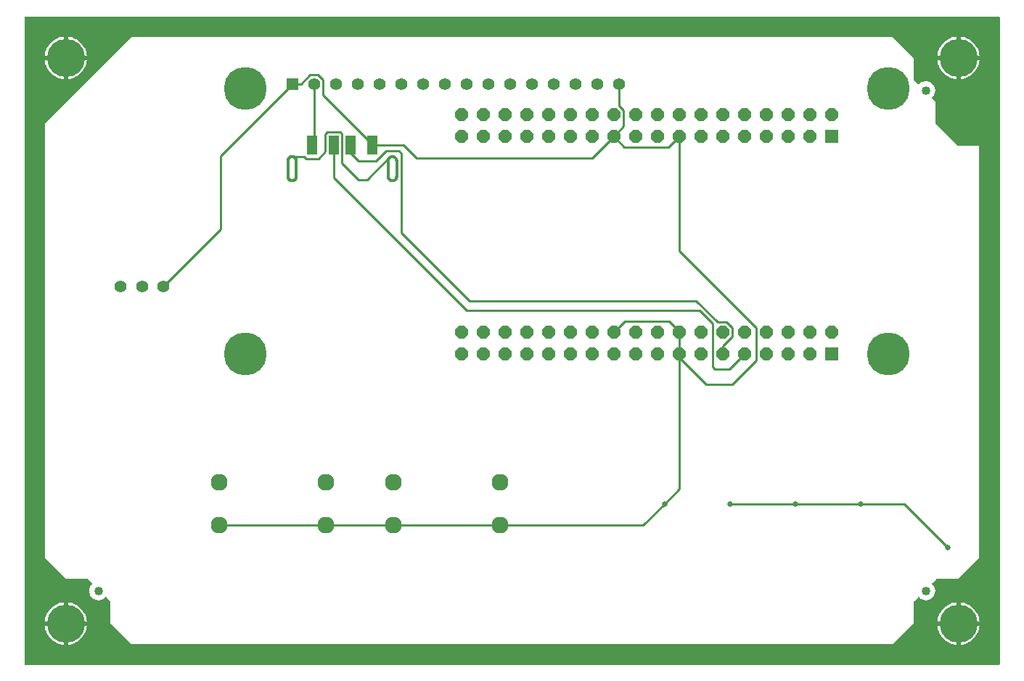
<source format=gbr>
G04 EAGLE Gerber RS-274X export*
G75*
%MOMM*%
%FSLAX34Y34*%
%LPD*%
%INBottom Copper*%
%IPPOS*%
%AMOC8*
5,1,8,0,0,1.08239X$1,22.5*%
G01*
%ADD10R,1.524000X1.524000*%
%ADD11P,1.649562X8X202.500000*%
%ADD12C,1.400000*%
%ADD13C,1.960000*%
%ADD14R,1.400000X1.400000*%
%ADD15C,5.000000*%
%ADD16C,1.016000*%
%ADD17C,4.445000*%
%ADD18C,0.300000*%
%ADD19R,1.200000X2.300000*%
%ADD20R,0.200000X0.200000*%
%ADD21C,0.654800*%
%ADD22C,0.254000*%

G36*
X1140444Y758308D02*
X1140444Y758308D01*
X1140437Y758427D01*
X1140424Y758465D01*
X1140419Y758506D01*
X1140376Y758616D01*
X1140339Y758729D01*
X1140317Y758764D01*
X1140302Y758801D01*
X1140233Y758897D01*
X1140169Y758998D01*
X1140139Y759026D01*
X1140116Y759059D01*
X1140024Y759135D01*
X1139937Y759216D01*
X1139902Y759236D01*
X1139871Y759261D01*
X1139763Y759312D01*
X1139659Y759370D01*
X1139619Y759380D01*
X1139583Y759397D01*
X1139466Y759419D01*
X1139351Y759449D01*
X1139291Y759453D01*
X1139271Y759457D01*
X1139250Y759455D01*
X1139190Y759459D01*
X3810Y759459D01*
X3692Y759444D01*
X3573Y759437D01*
X3535Y759424D01*
X3494Y759419D01*
X3384Y759376D01*
X3271Y759339D01*
X3236Y759317D01*
X3199Y759302D01*
X3103Y759233D01*
X3002Y759169D01*
X2974Y759139D01*
X2941Y759116D01*
X2865Y759024D01*
X2784Y758937D01*
X2764Y758902D01*
X2739Y758871D01*
X2688Y758763D01*
X2630Y758659D01*
X2620Y758619D01*
X2603Y758583D01*
X2581Y758466D01*
X2551Y758351D01*
X2547Y758291D01*
X2543Y758271D01*
X2545Y758250D01*
X2541Y758190D01*
X2541Y3810D01*
X2556Y3692D01*
X2563Y3573D01*
X2576Y3535D01*
X2581Y3494D01*
X2624Y3384D01*
X2661Y3271D01*
X2683Y3236D01*
X2698Y3199D01*
X2767Y3103D01*
X2831Y3002D01*
X2861Y2974D01*
X2884Y2941D01*
X2976Y2865D01*
X3063Y2784D01*
X3098Y2764D01*
X3129Y2739D01*
X3237Y2688D01*
X3341Y2630D01*
X3381Y2620D01*
X3417Y2603D01*
X3534Y2581D01*
X3649Y2551D01*
X3709Y2547D01*
X3729Y2543D01*
X3750Y2545D01*
X3810Y2541D01*
X1139190Y2541D01*
X1139308Y2556D01*
X1139427Y2563D01*
X1139465Y2576D01*
X1139506Y2581D01*
X1139616Y2624D01*
X1139729Y2661D01*
X1139764Y2683D01*
X1139801Y2698D01*
X1139897Y2767D01*
X1139998Y2831D01*
X1140026Y2861D01*
X1140059Y2884D01*
X1140135Y2976D01*
X1140216Y3063D01*
X1140236Y3098D01*
X1140261Y3129D01*
X1140312Y3237D01*
X1140370Y3341D01*
X1140380Y3381D01*
X1140397Y3417D01*
X1140419Y3534D01*
X1140449Y3649D01*
X1140453Y3709D01*
X1140457Y3729D01*
X1140455Y3750D01*
X1140459Y3810D01*
X1140459Y758190D01*
X1140444Y758308D01*
G37*
%LPC*%
G36*
X127526Y735331D02*
X127526Y735331D01*
X1015474Y735331D01*
X1040131Y710674D01*
X1040131Y685800D01*
X1040143Y685702D01*
X1040146Y685603D01*
X1040163Y685545D01*
X1040171Y685484D01*
X1040207Y685392D01*
X1040235Y685297D01*
X1040265Y685245D01*
X1040288Y685189D01*
X1040346Y685109D01*
X1040396Y685023D01*
X1040462Y684948D01*
X1040474Y684931D01*
X1040484Y684924D01*
X1040503Y684903D01*
X1044748Y680657D01*
X1044843Y680584D01*
X1044932Y680505D01*
X1044968Y680486D01*
X1045000Y680462D01*
X1045109Y680414D01*
X1045215Y680360D01*
X1045254Y680351D01*
X1045292Y680335D01*
X1045409Y680317D01*
X1045525Y680291D01*
X1045566Y680292D01*
X1045606Y680285D01*
X1045724Y680297D01*
X1045843Y680300D01*
X1045882Y680312D01*
X1045922Y680315D01*
X1046034Y680356D01*
X1046149Y680389D01*
X1046183Y680409D01*
X1046222Y680423D01*
X1046320Y680490D01*
X1046423Y680550D01*
X1046468Y680590D01*
X1046485Y680601D01*
X1046498Y680617D01*
X1046543Y680657D01*
X1048568Y682681D01*
X1054100Y684164D01*
X1059632Y682681D01*
X1063681Y678632D01*
X1065164Y673100D01*
X1063681Y667568D01*
X1061657Y665543D01*
X1061584Y665449D01*
X1061505Y665360D01*
X1061487Y665324D01*
X1061462Y665292D01*
X1061414Y665183D01*
X1061360Y665077D01*
X1061351Y665037D01*
X1061335Y665000D01*
X1061317Y664882D01*
X1061291Y664767D01*
X1061292Y664726D01*
X1061285Y664686D01*
X1061297Y664568D01*
X1061300Y664449D01*
X1061312Y664410D01*
X1061315Y664370D01*
X1061356Y664257D01*
X1061389Y664143D01*
X1061409Y664108D01*
X1061423Y664070D01*
X1061490Y663972D01*
X1061550Y663869D01*
X1061590Y663824D01*
X1061601Y663807D01*
X1061617Y663794D01*
X1061657Y663748D01*
X1065531Y659874D01*
X1065531Y635000D01*
X1065543Y634902D01*
X1065546Y634803D01*
X1065563Y634745D01*
X1065571Y634684D01*
X1065607Y634592D01*
X1065635Y634497D01*
X1065665Y634445D01*
X1065688Y634389D01*
X1065746Y634309D01*
X1065796Y634223D01*
X1065862Y634148D01*
X1065874Y634131D01*
X1065884Y634124D01*
X1065903Y634103D01*
X1091303Y608703D01*
X1091381Y608642D01*
X1091453Y608574D01*
X1091506Y608545D01*
X1091554Y608508D01*
X1091645Y608468D01*
X1091731Y608420D01*
X1091790Y608405D01*
X1091846Y608381D01*
X1091944Y608366D01*
X1092039Y608341D01*
X1092139Y608335D01*
X1092160Y608331D01*
X1092172Y608333D01*
X1092200Y608331D01*
X1116331Y608331D01*
X1116331Y127526D01*
X1091674Y102869D01*
X1066800Y102869D01*
X1066702Y102857D01*
X1066603Y102854D01*
X1066545Y102837D01*
X1066484Y102829D01*
X1066392Y102793D01*
X1066297Y102765D01*
X1066245Y102735D01*
X1066189Y102712D01*
X1066109Y102654D01*
X1066023Y102604D01*
X1065948Y102538D01*
X1065931Y102526D01*
X1065924Y102516D01*
X1065903Y102498D01*
X1061657Y98252D01*
X1061584Y98157D01*
X1061505Y98068D01*
X1061486Y98032D01*
X1061462Y98000D01*
X1061414Y97891D01*
X1061360Y97785D01*
X1061351Y97746D01*
X1061335Y97708D01*
X1061317Y97591D01*
X1061291Y97475D01*
X1061292Y97434D01*
X1061285Y97394D01*
X1061297Y97276D01*
X1061300Y97157D01*
X1061312Y97118D01*
X1061315Y97078D01*
X1061356Y96966D01*
X1061389Y96851D01*
X1061409Y96817D01*
X1061423Y96778D01*
X1061490Y96680D01*
X1061550Y96577D01*
X1061590Y96532D01*
X1061601Y96515D01*
X1061617Y96502D01*
X1061657Y96457D01*
X1063681Y94432D01*
X1065164Y88900D01*
X1063681Y83368D01*
X1059632Y79319D01*
X1054100Y77836D01*
X1048568Y79319D01*
X1046543Y81343D01*
X1046449Y81416D01*
X1046360Y81495D01*
X1046324Y81514D01*
X1046292Y81538D01*
X1046183Y81586D01*
X1046077Y81640D01*
X1046037Y81649D01*
X1046000Y81665D01*
X1045883Y81683D01*
X1045767Y81709D01*
X1045726Y81708D01*
X1045686Y81715D01*
X1045568Y81703D01*
X1045449Y81700D01*
X1045410Y81688D01*
X1045370Y81685D01*
X1045257Y81644D01*
X1045143Y81611D01*
X1045108Y81591D01*
X1045070Y81577D01*
X1044972Y81510D01*
X1044869Y81450D01*
X1044824Y81410D01*
X1044807Y81399D01*
X1044794Y81383D01*
X1044748Y81343D01*
X1040503Y77098D01*
X1040442Y77019D01*
X1040374Y76947D01*
X1040345Y76894D01*
X1040308Y76846D01*
X1040268Y76755D01*
X1040220Y76669D01*
X1040205Y76610D01*
X1040181Y76554D01*
X1040166Y76456D01*
X1040141Y76361D01*
X1040135Y76261D01*
X1040131Y76240D01*
X1040133Y76228D01*
X1040131Y76200D01*
X1040131Y51326D01*
X1015474Y26669D01*
X127526Y26669D01*
X102869Y51326D01*
X102869Y76200D01*
X102857Y76298D01*
X102854Y76397D01*
X102837Y76455D01*
X102829Y76516D01*
X102793Y76608D01*
X102765Y76703D01*
X102735Y76755D01*
X102712Y76811D01*
X102654Y76891D01*
X102604Y76977D01*
X102538Y77052D01*
X102526Y77069D01*
X102516Y77076D01*
X102498Y77098D01*
X98252Y81343D01*
X98157Y81416D01*
X98068Y81495D01*
X98032Y81514D01*
X98000Y81538D01*
X97891Y81586D01*
X97785Y81640D01*
X97746Y81649D01*
X97708Y81665D01*
X97591Y81683D01*
X97475Y81709D01*
X97434Y81708D01*
X97394Y81715D01*
X97276Y81703D01*
X97157Y81700D01*
X97118Y81688D01*
X97078Y81685D01*
X96966Y81644D01*
X96851Y81611D01*
X96817Y81591D01*
X96778Y81577D01*
X96680Y81510D01*
X96577Y81450D01*
X96532Y81410D01*
X96515Y81398D01*
X96502Y81383D01*
X96457Y81343D01*
X94432Y79319D01*
X88900Y77836D01*
X83368Y79319D01*
X79319Y83368D01*
X77836Y88900D01*
X79319Y94432D01*
X81343Y96457D01*
X81416Y96551D01*
X81495Y96640D01*
X81514Y96676D01*
X81538Y96708D01*
X81586Y96817D01*
X81640Y96923D01*
X81649Y96963D01*
X81665Y97000D01*
X81683Y97117D01*
X81709Y97233D01*
X81708Y97274D01*
X81715Y97314D01*
X81703Y97432D01*
X81700Y97551D01*
X81688Y97590D01*
X81685Y97630D01*
X81644Y97743D01*
X81611Y97857D01*
X81591Y97892D01*
X81577Y97930D01*
X81510Y98028D01*
X81450Y98131D01*
X81410Y98176D01*
X81399Y98193D01*
X81383Y98206D01*
X81343Y98252D01*
X77098Y102498D01*
X77019Y102558D01*
X76947Y102626D01*
X76894Y102655D01*
X76846Y102692D01*
X76755Y102732D01*
X76669Y102780D01*
X76610Y102795D01*
X76554Y102819D01*
X76456Y102834D01*
X76361Y102859D01*
X76261Y102865D01*
X76240Y102869D01*
X76228Y102867D01*
X76200Y102869D01*
X51326Y102869D01*
X26669Y127526D01*
X26669Y634474D01*
X127526Y735331D01*
G37*
%LPD*%
%LPC*%
G36*
X53339Y713739D02*
X53339Y713739D01*
X53339Y735836D01*
X54955Y735654D01*
X57667Y735035D01*
X60292Y734117D01*
X62799Y732910D01*
X65154Y731430D01*
X67329Y729695D01*
X69295Y727729D01*
X71030Y725554D01*
X72510Y723199D01*
X73717Y720692D01*
X74635Y718067D01*
X75254Y715355D01*
X75436Y713739D01*
X53339Y713739D01*
G37*
%LPD*%
%LPC*%
G36*
X1094739Y713739D02*
X1094739Y713739D01*
X1094739Y735836D01*
X1096355Y735654D01*
X1099067Y735035D01*
X1101692Y734117D01*
X1104199Y732910D01*
X1106554Y731430D01*
X1108729Y729695D01*
X1110695Y727729D01*
X1112430Y725554D01*
X1113910Y723199D01*
X1115117Y720692D01*
X1116035Y718067D01*
X1116654Y715355D01*
X1116836Y713739D01*
X1094739Y713739D01*
G37*
%LPD*%
%LPC*%
G36*
X53339Y53339D02*
X53339Y53339D01*
X53339Y75436D01*
X54955Y75254D01*
X57667Y74635D01*
X60292Y73717D01*
X62799Y72510D01*
X65154Y71030D01*
X67329Y69295D01*
X69295Y67329D01*
X71030Y65154D01*
X72510Y62799D01*
X73717Y60292D01*
X74635Y57667D01*
X75254Y54955D01*
X75436Y53339D01*
X53339Y53339D01*
G37*
%LPD*%
%LPC*%
G36*
X1094739Y53339D02*
X1094739Y53339D01*
X1094739Y75436D01*
X1096355Y75254D01*
X1099067Y74635D01*
X1101692Y73717D01*
X1104199Y72510D01*
X1106554Y71030D01*
X1108729Y69295D01*
X1110695Y67329D01*
X1112430Y65154D01*
X1113910Y62799D01*
X1115117Y60292D01*
X1116035Y57667D01*
X1116654Y54955D01*
X1116836Y53339D01*
X1094739Y53339D01*
G37*
%LPD*%
%LPC*%
G36*
X26164Y713739D02*
X26164Y713739D01*
X26346Y715355D01*
X26965Y718067D01*
X27883Y720692D01*
X29090Y723199D01*
X30570Y725554D01*
X32305Y727729D01*
X34271Y729695D01*
X36446Y731430D01*
X38801Y732910D01*
X41308Y734117D01*
X43933Y735035D01*
X46645Y735654D01*
X48261Y735836D01*
X48261Y713739D01*
X26164Y713739D01*
G37*
%LPD*%
%LPC*%
G36*
X1067564Y713739D02*
X1067564Y713739D01*
X1067746Y715355D01*
X1068365Y718067D01*
X1069283Y720692D01*
X1070490Y723199D01*
X1071970Y725554D01*
X1073705Y727729D01*
X1075671Y729695D01*
X1077846Y731430D01*
X1080201Y732910D01*
X1082708Y734117D01*
X1085333Y735035D01*
X1088045Y735654D01*
X1089661Y735836D01*
X1089661Y713739D01*
X1067564Y713739D01*
G37*
%LPD*%
%LPC*%
G36*
X53339Y708661D02*
X53339Y708661D01*
X75436Y708661D01*
X75254Y707045D01*
X74635Y704333D01*
X73717Y701708D01*
X72510Y699201D01*
X71030Y696846D01*
X69295Y694671D01*
X67329Y692705D01*
X65154Y690970D01*
X62799Y689490D01*
X60292Y688283D01*
X57667Y687365D01*
X54955Y686746D01*
X53339Y686564D01*
X53339Y708661D01*
G37*
%LPD*%
%LPC*%
G36*
X1094739Y708661D02*
X1094739Y708661D01*
X1116836Y708661D01*
X1116654Y707045D01*
X1116035Y704333D01*
X1115117Y701708D01*
X1113910Y699201D01*
X1112430Y696846D01*
X1110695Y694671D01*
X1108729Y692705D01*
X1106554Y690970D01*
X1104199Y689490D01*
X1101692Y688283D01*
X1099067Y687365D01*
X1096355Y686746D01*
X1094739Y686564D01*
X1094739Y708661D01*
G37*
%LPD*%
%LPC*%
G36*
X26164Y53339D02*
X26164Y53339D01*
X26346Y54955D01*
X26965Y57667D01*
X27883Y60292D01*
X29090Y62799D01*
X30570Y65154D01*
X32305Y67329D01*
X34271Y69295D01*
X36446Y71030D01*
X38801Y72510D01*
X41308Y73717D01*
X43933Y74635D01*
X46645Y75254D01*
X48261Y75436D01*
X48261Y53339D01*
X26164Y53339D01*
G37*
%LPD*%
%LPC*%
G36*
X1067564Y53339D02*
X1067564Y53339D01*
X1067746Y54955D01*
X1068365Y57667D01*
X1069283Y60292D01*
X1070490Y62799D01*
X1071970Y65154D01*
X1073705Y67329D01*
X1075671Y69295D01*
X1077846Y71030D01*
X1080201Y72510D01*
X1082708Y73717D01*
X1085333Y74635D01*
X1088045Y75254D01*
X1089661Y75436D01*
X1089661Y53339D01*
X1067564Y53339D01*
G37*
%LPD*%
%LPC*%
G36*
X1094739Y48261D02*
X1094739Y48261D01*
X1116836Y48261D01*
X1116654Y46645D01*
X1116035Y43933D01*
X1115117Y41308D01*
X1113910Y38801D01*
X1112430Y36446D01*
X1110695Y34271D01*
X1108729Y32305D01*
X1106554Y30570D01*
X1104199Y29090D01*
X1101692Y27883D01*
X1099067Y26965D01*
X1096355Y26346D01*
X1094739Y26164D01*
X1094739Y48261D01*
G37*
%LPD*%
%LPC*%
G36*
X53339Y48261D02*
X53339Y48261D01*
X75436Y48261D01*
X75254Y46645D01*
X74635Y43933D01*
X73717Y41308D01*
X72510Y38801D01*
X71030Y36446D01*
X69295Y34271D01*
X67329Y32305D01*
X65154Y30570D01*
X62799Y29090D01*
X60292Y27883D01*
X57667Y26965D01*
X54955Y26346D01*
X53339Y26164D01*
X53339Y48261D01*
G37*
%LPD*%
%LPC*%
G36*
X46645Y686746D02*
X46645Y686746D01*
X43933Y687365D01*
X41308Y688283D01*
X38801Y689490D01*
X36446Y690970D01*
X34271Y692705D01*
X32305Y694671D01*
X30570Y696846D01*
X29090Y699201D01*
X27883Y701708D01*
X26965Y704333D01*
X26346Y707045D01*
X26164Y708661D01*
X48261Y708661D01*
X48261Y686564D01*
X46645Y686746D01*
G37*
%LPD*%
%LPC*%
G36*
X1088045Y686746D02*
X1088045Y686746D01*
X1085333Y687365D01*
X1082708Y688283D01*
X1080201Y689490D01*
X1077846Y690970D01*
X1075671Y692705D01*
X1073705Y694671D01*
X1071970Y696846D01*
X1070490Y699201D01*
X1069283Y701708D01*
X1068365Y704333D01*
X1067746Y707045D01*
X1067564Y708661D01*
X1089661Y708661D01*
X1089661Y686564D01*
X1088045Y686746D01*
G37*
%LPD*%
%LPC*%
G36*
X1088045Y26346D02*
X1088045Y26346D01*
X1085333Y26965D01*
X1082708Y27883D01*
X1080201Y29090D01*
X1077846Y30570D01*
X1075671Y32305D01*
X1073705Y34271D01*
X1071970Y36446D01*
X1070490Y38801D01*
X1069283Y41308D01*
X1068365Y43933D01*
X1067746Y46645D01*
X1067564Y48261D01*
X1089661Y48261D01*
X1089661Y26164D01*
X1088045Y26346D01*
G37*
%LPD*%
%LPC*%
G36*
X46645Y26346D02*
X46645Y26346D01*
X43933Y26965D01*
X41308Y27883D01*
X38801Y29090D01*
X36446Y30570D01*
X34271Y32305D01*
X32305Y34271D01*
X30570Y36446D01*
X29090Y38801D01*
X27883Y41308D01*
X26965Y43933D01*
X26346Y46645D01*
X26164Y48261D01*
X48261Y48261D01*
X48261Y26164D01*
X46645Y26346D01*
G37*
%LPD*%
%LPC*%
G36*
X1092199Y711199D02*
X1092199Y711199D01*
X1092199Y711201D01*
X1092201Y711201D01*
X1092201Y711199D01*
X1092199Y711199D01*
G37*
%LPD*%
%LPC*%
G36*
X50799Y711199D02*
X50799Y711199D01*
X50799Y711201D01*
X50801Y711201D01*
X50801Y711199D01*
X50799Y711199D01*
G37*
%LPD*%
%LPC*%
G36*
X1092199Y50799D02*
X1092199Y50799D01*
X1092199Y50801D01*
X1092201Y50801D01*
X1092201Y50799D01*
X1092199Y50799D01*
G37*
%LPD*%
%LPC*%
G36*
X50799Y50799D02*
X50799Y50799D01*
X50799Y50801D01*
X50801Y50801D01*
X50801Y50799D01*
X50799Y50799D01*
G37*
%LPD*%
D10*
X944200Y365500D03*
D11*
X944200Y390900D03*
X918800Y365500D03*
X918800Y390900D03*
X893400Y365500D03*
X893400Y390900D03*
X868000Y365500D03*
X868000Y390900D03*
X842600Y365500D03*
X842600Y390900D03*
X817200Y365500D03*
X817200Y390900D03*
X791800Y365500D03*
X791800Y390900D03*
X766400Y365500D03*
X766400Y390900D03*
X741000Y365500D03*
X741000Y390900D03*
X715600Y365500D03*
X715600Y390900D03*
X690200Y365500D03*
X690200Y390900D03*
X664800Y365500D03*
X664800Y390900D03*
X639400Y365500D03*
X639400Y390900D03*
X614000Y365500D03*
X614000Y390900D03*
X588600Y365500D03*
X588600Y390900D03*
X563200Y365500D03*
X563200Y390900D03*
X537800Y365500D03*
X537800Y390900D03*
X512400Y365500D03*
X512400Y390900D03*
D10*
X944200Y619500D03*
D11*
X944200Y644900D03*
X918800Y619500D03*
X918800Y644900D03*
X893400Y619500D03*
X893400Y644900D03*
X868000Y619500D03*
X868000Y644900D03*
X842600Y619500D03*
X842600Y644900D03*
X817200Y619500D03*
X817200Y644900D03*
X791800Y619500D03*
X791800Y644900D03*
X766400Y619500D03*
X766400Y644900D03*
X741000Y619500D03*
X741000Y644900D03*
X715600Y619500D03*
X715600Y644900D03*
X690200Y619500D03*
X690200Y644900D03*
X664800Y619500D03*
X664800Y644900D03*
X639400Y619500D03*
X639400Y644900D03*
X614000Y619500D03*
X614000Y644900D03*
X588600Y619500D03*
X588600Y644900D03*
X563200Y619500D03*
X563200Y644900D03*
X537800Y619500D03*
X537800Y644900D03*
X512400Y619500D03*
X512400Y644900D03*
D12*
X114700Y444500D03*
X139700Y444500D03*
X164700Y444500D03*
D13*
X354600Y215500D03*
X354600Y165500D03*
X229600Y165500D03*
X229600Y215500D03*
D14*
X315000Y680700D03*
D12*
X340400Y680700D03*
X365800Y680700D03*
X391200Y680700D03*
X416600Y680700D03*
X442000Y680700D03*
X467400Y680700D03*
X492800Y680700D03*
X518200Y680700D03*
X543600Y680700D03*
X569000Y680700D03*
X594400Y680700D03*
X619800Y680700D03*
X645200Y680700D03*
X670600Y680700D03*
X696000Y680700D03*
D15*
X260000Y675700D03*
X1010000Y675700D03*
X260000Y365700D03*
X1010000Y365700D03*
D13*
X557800Y215500D03*
X557800Y165500D03*
X432800Y165500D03*
X432800Y215500D03*
D16*
X88900Y88900D03*
X1054100Y88900D03*
X1054100Y673100D03*
D17*
X50800Y50800D03*
X50800Y711200D03*
X1092200Y711200D03*
X1092200Y50800D03*
D18*
X436880Y590660D02*
X436878Y590800D01*
X436872Y590940D01*
X436862Y591080D01*
X436849Y591220D01*
X436831Y591359D01*
X436809Y591498D01*
X436784Y591635D01*
X436755Y591773D01*
X436722Y591909D01*
X436685Y592044D01*
X436644Y592178D01*
X436599Y592311D01*
X436551Y592443D01*
X436499Y592573D01*
X436444Y592702D01*
X436385Y592829D01*
X436322Y592955D01*
X436256Y593079D01*
X436187Y593200D01*
X436114Y593320D01*
X436037Y593438D01*
X435958Y593553D01*
X435875Y593667D01*
X435789Y593777D01*
X435700Y593886D01*
X435608Y593992D01*
X435513Y594095D01*
X435416Y594196D01*
X435315Y594293D01*
X435212Y594388D01*
X435106Y594480D01*
X434997Y594569D01*
X434887Y594655D01*
X434773Y594738D01*
X434658Y594817D01*
X434540Y594894D01*
X434420Y594967D01*
X434299Y595036D01*
X434175Y595102D01*
X434049Y595165D01*
X433922Y595224D01*
X433793Y595279D01*
X433663Y595331D01*
X433531Y595379D01*
X433398Y595424D01*
X433264Y595465D01*
X433129Y595502D01*
X432993Y595535D01*
X432855Y595564D01*
X432718Y595589D01*
X432579Y595611D01*
X432440Y595629D01*
X432300Y595642D01*
X432160Y595652D01*
X432020Y595658D01*
X431880Y595660D01*
X431740Y595658D01*
X431600Y595652D01*
X431460Y595642D01*
X431320Y595629D01*
X431181Y595611D01*
X431042Y595589D01*
X430905Y595564D01*
X430767Y595535D01*
X430631Y595502D01*
X430496Y595465D01*
X430362Y595424D01*
X430229Y595379D01*
X430097Y595331D01*
X429967Y595279D01*
X429838Y595224D01*
X429711Y595165D01*
X429585Y595102D01*
X429461Y595036D01*
X429340Y594967D01*
X429220Y594894D01*
X429102Y594817D01*
X428987Y594738D01*
X428873Y594655D01*
X428763Y594569D01*
X428654Y594480D01*
X428548Y594388D01*
X428445Y594293D01*
X428344Y594196D01*
X428247Y594095D01*
X428152Y593992D01*
X428060Y593886D01*
X427971Y593777D01*
X427885Y593667D01*
X427802Y593553D01*
X427723Y593438D01*
X427646Y593320D01*
X427573Y593200D01*
X427504Y593079D01*
X427438Y592955D01*
X427375Y592829D01*
X427316Y592702D01*
X427261Y592573D01*
X427209Y592443D01*
X427161Y592311D01*
X427116Y592178D01*
X427075Y592044D01*
X427038Y591909D01*
X427005Y591773D01*
X426976Y591635D01*
X426951Y591498D01*
X426929Y591359D01*
X426911Y591220D01*
X426898Y591080D01*
X426888Y590940D01*
X426882Y590800D01*
X426880Y590660D01*
X426880Y572660D01*
X426882Y572520D01*
X426888Y572380D01*
X426898Y572240D01*
X426911Y572100D01*
X426929Y571961D01*
X426951Y571822D01*
X426976Y571685D01*
X427005Y571547D01*
X427038Y571411D01*
X427075Y571276D01*
X427116Y571142D01*
X427161Y571009D01*
X427209Y570877D01*
X427261Y570747D01*
X427316Y570618D01*
X427375Y570491D01*
X427438Y570365D01*
X427504Y570241D01*
X427573Y570120D01*
X427646Y570000D01*
X427723Y569882D01*
X427802Y569767D01*
X427885Y569653D01*
X427971Y569543D01*
X428060Y569434D01*
X428152Y569328D01*
X428247Y569225D01*
X428344Y569124D01*
X428445Y569027D01*
X428548Y568932D01*
X428654Y568840D01*
X428763Y568751D01*
X428873Y568665D01*
X428987Y568582D01*
X429102Y568503D01*
X429220Y568426D01*
X429340Y568353D01*
X429461Y568284D01*
X429585Y568218D01*
X429711Y568155D01*
X429838Y568096D01*
X429967Y568041D01*
X430097Y567989D01*
X430229Y567941D01*
X430362Y567896D01*
X430496Y567855D01*
X430631Y567818D01*
X430767Y567785D01*
X430905Y567756D01*
X431042Y567731D01*
X431181Y567709D01*
X431320Y567691D01*
X431460Y567678D01*
X431600Y567668D01*
X431740Y567662D01*
X431880Y567660D01*
X432020Y567662D01*
X432160Y567668D01*
X432300Y567678D01*
X432440Y567691D01*
X432579Y567709D01*
X432718Y567731D01*
X432855Y567756D01*
X432993Y567785D01*
X433129Y567818D01*
X433264Y567855D01*
X433398Y567896D01*
X433531Y567941D01*
X433663Y567989D01*
X433793Y568041D01*
X433922Y568096D01*
X434049Y568155D01*
X434175Y568218D01*
X434299Y568284D01*
X434420Y568353D01*
X434540Y568426D01*
X434658Y568503D01*
X434773Y568582D01*
X434887Y568665D01*
X434997Y568751D01*
X435106Y568840D01*
X435212Y568932D01*
X435315Y569027D01*
X435416Y569124D01*
X435513Y569225D01*
X435608Y569328D01*
X435700Y569434D01*
X435789Y569543D01*
X435875Y569653D01*
X435958Y569767D01*
X436037Y569882D01*
X436114Y570000D01*
X436187Y570120D01*
X436256Y570241D01*
X436322Y570365D01*
X436385Y570491D01*
X436444Y570618D01*
X436499Y570747D01*
X436551Y570877D01*
X436599Y571009D01*
X436644Y571142D01*
X436685Y571276D01*
X436722Y571411D01*
X436755Y571547D01*
X436784Y571685D01*
X436809Y571822D01*
X436831Y571961D01*
X436849Y572100D01*
X436862Y572240D01*
X436872Y572380D01*
X436878Y572520D01*
X436880Y572660D01*
X436880Y590660D01*
X319880Y590660D02*
X319878Y590800D01*
X319872Y590940D01*
X319862Y591080D01*
X319849Y591220D01*
X319831Y591359D01*
X319809Y591498D01*
X319784Y591635D01*
X319755Y591773D01*
X319722Y591909D01*
X319685Y592044D01*
X319644Y592178D01*
X319599Y592311D01*
X319551Y592443D01*
X319499Y592573D01*
X319444Y592702D01*
X319385Y592829D01*
X319322Y592955D01*
X319256Y593079D01*
X319187Y593200D01*
X319114Y593320D01*
X319037Y593438D01*
X318958Y593553D01*
X318875Y593667D01*
X318789Y593777D01*
X318700Y593886D01*
X318608Y593992D01*
X318513Y594095D01*
X318416Y594196D01*
X318315Y594293D01*
X318212Y594388D01*
X318106Y594480D01*
X317997Y594569D01*
X317887Y594655D01*
X317773Y594738D01*
X317658Y594817D01*
X317540Y594894D01*
X317420Y594967D01*
X317299Y595036D01*
X317175Y595102D01*
X317049Y595165D01*
X316922Y595224D01*
X316793Y595279D01*
X316663Y595331D01*
X316531Y595379D01*
X316398Y595424D01*
X316264Y595465D01*
X316129Y595502D01*
X315993Y595535D01*
X315855Y595564D01*
X315718Y595589D01*
X315579Y595611D01*
X315440Y595629D01*
X315300Y595642D01*
X315160Y595652D01*
X315020Y595658D01*
X314880Y595660D01*
X314740Y595658D01*
X314600Y595652D01*
X314460Y595642D01*
X314320Y595629D01*
X314181Y595611D01*
X314042Y595589D01*
X313905Y595564D01*
X313767Y595535D01*
X313631Y595502D01*
X313496Y595465D01*
X313362Y595424D01*
X313229Y595379D01*
X313097Y595331D01*
X312967Y595279D01*
X312838Y595224D01*
X312711Y595165D01*
X312585Y595102D01*
X312461Y595036D01*
X312340Y594967D01*
X312220Y594894D01*
X312102Y594817D01*
X311987Y594738D01*
X311873Y594655D01*
X311763Y594569D01*
X311654Y594480D01*
X311548Y594388D01*
X311445Y594293D01*
X311344Y594196D01*
X311247Y594095D01*
X311152Y593992D01*
X311060Y593886D01*
X310971Y593777D01*
X310885Y593667D01*
X310802Y593553D01*
X310723Y593438D01*
X310646Y593320D01*
X310573Y593200D01*
X310504Y593079D01*
X310438Y592955D01*
X310375Y592829D01*
X310316Y592702D01*
X310261Y592573D01*
X310209Y592443D01*
X310161Y592311D01*
X310116Y592178D01*
X310075Y592044D01*
X310038Y591909D01*
X310005Y591773D01*
X309976Y591635D01*
X309951Y591498D01*
X309929Y591359D01*
X309911Y591220D01*
X309898Y591080D01*
X309888Y590940D01*
X309882Y590800D01*
X309880Y590660D01*
X309880Y572660D01*
X309882Y572520D01*
X309888Y572380D01*
X309898Y572240D01*
X309911Y572100D01*
X309929Y571961D01*
X309951Y571822D01*
X309976Y571685D01*
X310005Y571547D01*
X310038Y571411D01*
X310075Y571276D01*
X310116Y571142D01*
X310161Y571009D01*
X310209Y570877D01*
X310261Y570747D01*
X310316Y570618D01*
X310375Y570491D01*
X310438Y570365D01*
X310504Y570241D01*
X310573Y570120D01*
X310646Y570000D01*
X310723Y569882D01*
X310802Y569767D01*
X310885Y569653D01*
X310971Y569543D01*
X311060Y569434D01*
X311152Y569328D01*
X311247Y569225D01*
X311344Y569124D01*
X311445Y569027D01*
X311548Y568932D01*
X311654Y568840D01*
X311763Y568751D01*
X311873Y568665D01*
X311987Y568582D01*
X312102Y568503D01*
X312220Y568426D01*
X312340Y568353D01*
X312461Y568284D01*
X312585Y568218D01*
X312711Y568155D01*
X312838Y568096D01*
X312967Y568041D01*
X313097Y567989D01*
X313229Y567941D01*
X313362Y567896D01*
X313496Y567855D01*
X313631Y567818D01*
X313767Y567785D01*
X313905Y567756D01*
X314042Y567731D01*
X314181Y567709D01*
X314320Y567691D01*
X314460Y567678D01*
X314600Y567668D01*
X314740Y567662D01*
X314880Y567660D01*
X315020Y567662D01*
X315160Y567668D01*
X315300Y567678D01*
X315440Y567691D01*
X315579Y567709D01*
X315718Y567731D01*
X315855Y567756D01*
X315993Y567785D01*
X316129Y567818D01*
X316264Y567855D01*
X316398Y567896D01*
X316531Y567941D01*
X316663Y567989D01*
X316793Y568041D01*
X316922Y568096D01*
X317049Y568155D01*
X317175Y568218D01*
X317299Y568284D01*
X317420Y568353D01*
X317540Y568426D01*
X317658Y568503D01*
X317773Y568582D01*
X317887Y568665D01*
X317997Y568751D01*
X318106Y568840D01*
X318212Y568932D01*
X318315Y569027D01*
X318416Y569124D01*
X318513Y569225D01*
X318608Y569328D01*
X318700Y569434D01*
X318789Y569543D01*
X318875Y569653D01*
X318958Y569767D01*
X319037Y569882D01*
X319114Y570000D01*
X319187Y570120D01*
X319256Y570241D01*
X319322Y570365D01*
X319385Y570491D01*
X319444Y570618D01*
X319499Y570747D01*
X319551Y570877D01*
X319599Y571009D01*
X319644Y571142D01*
X319685Y571276D01*
X319722Y571411D01*
X319755Y571547D01*
X319784Y571685D01*
X319809Y571822D01*
X319831Y571961D01*
X319849Y572100D01*
X319862Y572240D01*
X319872Y572380D01*
X319878Y572520D01*
X319880Y572660D01*
X319880Y590660D01*
D19*
X338380Y609160D03*
X363380Y609160D03*
X383380Y609160D03*
X408380Y609160D03*
D20*
X431880Y595660D03*
X314880Y595660D03*
D21*
X1079500Y139700D03*
X901700Y190500D03*
X977900Y190500D03*
X825500Y190500D03*
X749300Y190500D03*
D22*
X231140Y510940D02*
X164700Y444500D01*
X231140Y596840D02*
X315000Y680700D01*
X231140Y596840D02*
X231140Y510940D01*
X696000Y655265D02*
X696000Y680700D01*
X696000Y655265D02*
X701630Y649635D01*
X701630Y630930D01*
X690200Y619500D01*
X702640Y607060D01*
X753960Y607060D02*
X766400Y619500D01*
X753960Y607060D02*
X702640Y607060D01*
X690200Y619500D02*
X665060Y594360D01*
X459740Y594360D01*
X444500Y609600D01*
X408940Y609600D01*
X408820Y609600D01*
X408380Y609160D01*
X344878Y691510D02*
X335922Y691510D01*
X344878Y691510D02*
X351210Y685178D01*
X351210Y667330D01*
X408940Y609600D01*
X325112Y680700D02*
X315000Y680700D01*
X325112Y680700D02*
X335922Y691510D01*
X766400Y390900D02*
X766400Y365500D01*
X766400Y485820D02*
X766400Y619500D01*
X766400Y485820D02*
X855980Y396240D01*
X855980Y358140D01*
X828040Y330200D01*
X797560Y330200D01*
X766400Y361360D02*
X766400Y365500D01*
X766400Y361360D02*
X797560Y330200D01*
X703160Y403860D02*
X690200Y390900D01*
X703160Y403860D02*
X754380Y403860D01*
X766400Y391840D01*
X766400Y390900D01*
X766400Y365500D02*
X766400Y207600D01*
X749300Y190500D01*
X825500Y190500D02*
X901700Y190500D01*
X977900Y190500D01*
X1028700Y190500D01*
X1079500Y139700D01*
X724300Y165500D02*
X557800Y165500D01*
X724300Y165500D02*
X749300Y190500D01*
X557800Y165500D02*
X432800Y165500D01*
X354600Y165500D01*
X229600Y165500D01*
X340400Y611180D02*
X340400Y680700D01*
X340400Y611180D02*
X338380Y609160D01*
X363380Y609160D02*
X363380Y571340D01*
X518160Y416560D02*
X789940Y416560D01*
X805180Y401320D01*
X805180Y350520D02*
X807720Y347980D01*
X825080Y347980D01*
X842600Y365500D01*
X518160Y416560D02*
X363380Y571340D01*
X805180Y401320D02*
X805180Y350520D01*
X828630Y386166D02*
X828630Y395635D01*
X821935Y402330D01*
X817200Y374736D02*
X817200Y365500D01*
X817200Y374736D02*
X828630Y386166D01*
X821935Y402330D02*
X811536Y402330D01*
X786384Y427482D02*
X522224Y427482D01*
X442468Y507238D01*
X442468Y599440D01*
X439420Y602488D01*
X392024Y590970D02*
X392017Y590963D01*
X413078Y590970D02*
X424596Y602488D01*
X413078Y590970D02*
X392024Y590970D01*
X392017Y590963D02*
X383380Y599600D01*
X383380Y609160D01*
X786384Y427482D02*
X811536Y402330D01*
X439420Y602488D02*
X424596Y602488D01*
X328992Y595660D02*
X314880Y595660D01*
X328992Y595660D02*
X331310Y593342D01*
X345450Y593342D01*
X353570Y622238D02*
X355802Y624470D01*
X370958Y624470D01*
X373190Y622238D01*
X353570Y622238D02*
X353570Y601462D01*
X345450Y593342D01*
X373190Y588200D02*
X392430Y568960D01*
X373190Y588200D02*
X373190Y622238D01*
X392430Y568960D02*
X402336Y568960D01*
X429036Y595660D02*
X431880Y595660D01*
X429036Y595660D02*
X402336Y568960D01*
M02*

</source>
